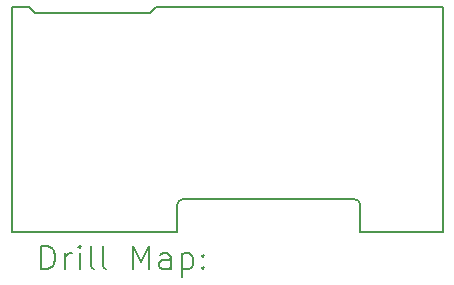
<source format=gbr>
%FSLAX45Y45*%
G04 Gerber Fmt 4.5, Leading zero omitted, Abs format (unit mm)*
G04 Created by KiCad (PCBNEW (6.0.1)) date 2024-03-07 18:12:04*
%MOMM*%
%LPD*%
G01*
G04 APERTURE LIST*
%TA.AperFunction,Profile*%
%ADD10C,0.150000*%
%TD*%
%ADD11C,0.200000*%
G04 APERTURE END LIST*
D10*
X8806429Y-12000000D02*
X7406429Y-12000000D01*
X10356429Y-11775000D02*
X10356429Y-12000000D01*
X11056429Y-10100000D02*
X11056429Y-12000000D01*
X8856429Y-11725000D02*
G75*
G03*
X8806429Y-11775000I0J-50000D01*
G01*
X10356429Y-11775000D02*
G75*
G03*
X10306429Y-11725000I-50000J0D01*
G01*
X7556429Y-10100000D02*
X7606429Y-10150000D01*
X7606429Y-10150000D02*
X8581429Y-10150000D01*
X7406429Y-12000000D02*
X7406429Y-10100000D01*
X10356429Y-12000000D02*
X11056429Y-12000000D01*
X8631429Y-10100000D02*
X11056429Y-10100000D01*
X10306429Y-11725000D02*
X8856429Y-11725000D01*
X8581429Y-10150000D02*
X8631429Y-10100000D01*
X7406429Y-10100000D02*
X7556429Y-10100000D01*
X8806429Y-11775000D02*
X8806429Y-12000000D01*
D11*
X7656548Y-12317976D02*
X7656548Y-12117976D01*
X7704167Y-12117976D01*
X7732738Y-12127500D01*
X7751786Y-12146548D01*
X7761309Y-12165595D01*
X7770833Y-12203690D01*
X7770833Y-12232262D01*
X7761309Y-12270357D01*
X7751786Y-12289405D01*
X7732738Y-12308452D01*
X7704167Y-12317976D01*
X7656548Y-12317976D01*
X7856548Y-12317976D02*
X7856548Y-12184643D01*
X7856548Y-12222738D02*
X7866071Y-12203690D01*
X7875595Y-12194167D01*
X7894643Y-12184643D01*
X7913690Y-12184643D01*
X7980357Y-12317976D02*
X7980357Y-12184643D01*
X7980357Y-12117976D02*
X7970833Y-12127500D01*
X7980357Y-12137024D01*
X7989881Y-12127500D01*
X7980357Y-12117976D01*
X7980357Y-12137024D01*
X8104167Y-12317976D02*
X8085119Y-12308452D01*
X8075595Y-12289405D01*
X8075595Y-12117976D01*
X8208929Y-12317976D02*
X8189881Y-12308452D01*
X8180357Y-12289405D01*
X8180357Y-12117976D01*
X8437500Y-12317976D02*
X8437500Y-12117976D01*
X8504167Y-12260833D01*
X8570833Y-12117976D01*
X8570833Y-12317976D01*
X8751786Y-12317976D02*
X8751786Y-12213214D01*
X8742262Y-12194167D01*
X8723214Y-12184643D01*
X8685119Y-12184643D01*
X8666071Y-12194167D01*
X8751786Y-12308452D02*
X8732738Y-12317976D01*
X8685119Y-12317976D01*
X8666071Y-12308452D01*
X8656548Y-12289405D01*
X8656548Y-12270357D01*
X8666071Y-12251309D01*
X8685119Y-12241786D01*
X8732738Y-12241786D01*
X8751786Y-12232262D01*
X8847024Y-12184643D02*
X8847024Y-12384643D01*
X8847024Y-12194167D02*
X8866071Y-12184643D01*
X8904167Y-12184643D01*
X8923214Y-12194167D01*
X8932738Y-12203690D01*
X8942262Y-12222738D01*
X8942262Y-12279881D01*
X8932738Y-12298928D01*
X8923214Y-12308452D01*
X8904167Y-12317976D01*
X8866071Y-12317976D01*
X8847024Y-12308452D01*
X9027976Y-12298928D02*
X9037500Y-12308452D01*
X9027976Y-12317976D01*
X9018452Y-12308452D01*
X9027976Y-12298928D01*
X9027976Y-12317976D01*
X9027976Y-12194167D02*
X9037500Y-12203690D01*
X9027976Y-12213214D01*
X9018452Y-12203690D01*
X9027976Y-12194167D01*
X9027976Y-12213214D01*
M02*

</source>
